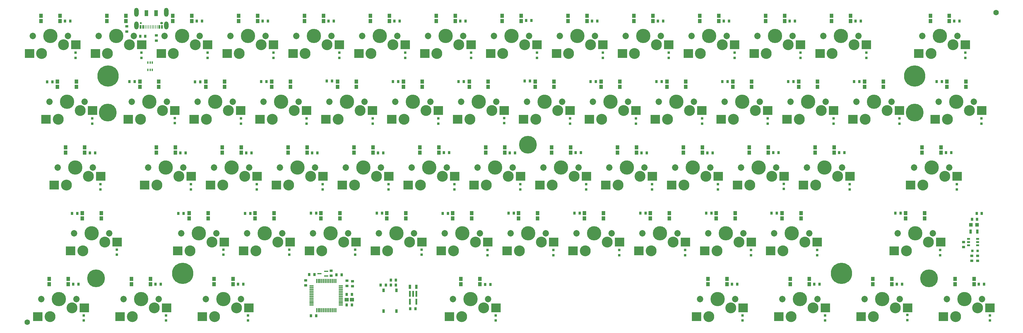
<source format=gbs>
G04*
G04 #@! TF.GenerationSoftware,Altium Limited,Altium Designer,23.1.1 (15)*
G04*
G04 Layer_Color=16711935*
%FSLAX25Y25*%
%MOIN*%
G70*
G04*
G04 #@! TF.SameCoordinates,2B387D3F-2690-41C2-BDA0-AF5B162F5435*
G04*
G04*
G04 #@! TF.FilePolarity,Negative*
G04*
G01*
G75*
%ADD12C,0.07291*%
%ADD13C,0.12402*%
%ADD14C,0.16291*%
G04:AMPARAMS|DCode=15|XSize=51.18mil|YSize=90.55mil|CornerRadius=25.59mil|HoleSize=0mil|Usage=FLASHONLY|Rotation=0.000|XOffset=0mil|YOffset=0mil|HoleType=Round|Shape=RoundedRectangle|*
%AMROUNDEDRECTD15*
21,1,0.05118,0.03937,0,0,0.0*
21,1,0.00000,0.09055,0,0,0.0*
1,1,0.05118,0.00000,-0.01968*
1,1,0.05118,0.00000,-0.01968*
1,1,0.05118,0.00000,0.01968*
1,1,0.05118,0.00000,0.01968*
%
%ADD15ROUNDEDRECTD15*%
G04:AMPARAMS|DCode=16|XSize=51.18mil|YSize=102.36mil|CornerRadius=25.59mil|HoleSize=0mil|Usage=FLASHONLY|Rotation=0.000|XOffset=0mil|YOffset=0mil|HoleType=Round|Shape=RoundedRectangle|*
%AMROUNDEDRECTD16*
21,1,0.05118,0.05118,0,0,0.0*
21,1,0.00000,0.10236,0,0,0.0*
1,1,0.05118,0.00000,-0.02559*
1,1,0.05118,0.00000,-0.02559*
1,1,0.05118,0.00000,0.02559*
1,1,0.05118,0.00000,0.02559*
%
%ADD16ROUNDEDRECTD16*%
%ADD17C,0.02362*%
G04:AMPARAMS|DCode=18|XSize=33.47mil|YSize=23.62mil|CornerRadius=11.81mil|HoleSize=0mil|Usage=FLASHONLY|Rotation=0.000|XOffset=0mil|YOffset=0mil|HoleType=Round|Shape=RoundedRectangle|*
%AMROUNDEDRECTD18*
21,1,0.03347,0.00000,0,0,0.0*
21,1,0.00984,0.02362,0,0,0.0*
1,1,0.02362,0.00492,0.00000*
1,1,0.02362,-0.00492,0.00000*
1,1,0.02362,-0.00492,0.00000*
1,1,0.02362,0.00492,0.00000*
%
%ADD18ROUNDEDRECTD18*%
%ADD19C,0.24213*%
%ADD20C,0.20276*%
%ADD30R,0.03543X0.02559*%
%ADD31R,0.02559X0.03543*%
%ADD33R,0.03750X0.02200*%
%ADD34R,0.02756X0.05118*%
%ADD35R,0.03543X0.03150*%
%ADD36R,0.03150X0.03543*%
%ADD37R,0.04724X0.01181*%
%ADD38R,0.02047X0.03937*%
%ADD39R,0.01063X0.03937*%
%ADD40R,0.03937X0.07000*%
%ADD42R,0.02410X0.07107*%
%ADD43R,0.01181X0.04724*%
%ADD45R,0.04600X0.01800*%
%ADD46R,0.02756X0.03937*%
%ADD47R,0.03937X0.03937*%
%ADD48R,0.01400X0.02900*%
%ADD50C,0.06299*%
%ADD51R,0.04091X0.04591*%
%ADD52R,0.10630X0.10433*%
%ADD53R,0.02953X0.02559*%
%ADD54R,0.04528X0.04410*%
%ADD55R,0.02559X0.02953*%
D12*
X1051235Y30610D02*
D03*
X1091235D02*
D03*
X781860Y180610D02*
D03*
X741860D02*
D03*
X153735Y30610D02*
D03*
X113735D02*
D03*
X875610Y330610D02*
D03*
X835610D02*
D03*
X38735Y180610D02*
D03*
X78735D02*
D03*
X404360Y105610D02*
D03*
X444360D02*
D03*
X488735Y30610D02*
D03*
X528735D02*
D03*
X957485D02*
D03*
X997485D02*
D03*
X863735D02*
D03*
X903735D02*
D03*
X769985D02*
D03*
X809985D02*
D03*
X207485D02*
D03*
X247485D02*
D03*
X19985D02*
D03*
X59985D02*
D03*
X479360Y105610D02*
D03*
X519360D02*
D03*
X329360D02*
D03*
X369360D02*
D03*
X254360D02*
D03*
X294360D02*
D03*
X179360D02*
D03*
X219360D02*
D03*
X57485D02*
D03*
X97485D02*
D03*
X779360D02*
D03*
X819360D02*
D03*
X704360D02*
D03*
X744360D02*
D03*
X994985D02*
D03*
X1034985D02*
D03*
X854360D02*
D03*
X894360D02*
D03*
X629360D02*
D03*
X669360D02*
D03*
X554360D02*
D03*
X594360D02*
D03*
X666860Y180610D02*
D03*
X706860D02*
D03*
X1013735D02*
D03*
X1053735D02*
D03*
X891860D02*
D03*
X931860D02*
D03*
X816860D02*
D03*
X856860D02*
D03*
X441860D02*
D03*
X481860D02*
D03*
X366860D02*
D03*
X406860D02*
D03*
X291860D02*
D03*
X331860D02*
D03*
X216860D02*
D03*
X256860D02*
D03*
X141860D02*
D03*
X181860D02*
D03*
X516860D02*
D03*
X556860D02*
D03*
X591860D02*
D03*
X631860D02*
D03*
X648110Y255610D02*
D03*
X688110D02*
D03*
X573110D02*
D03*
X613110D02*
D03*
X498110D02*
D03*
X538110D02*
D03*
X423110D02*
D03*
X463110D02*
D03*
X348110D02*
D03*
X388110D02*
D03*
X123110D02*
D03*
X163110D02*
D03*
X273110D02*
D03*
X313110D02*
D03*
X29360D02*
D03*
X69360D02*
D03*
X198110D02*
D03*
X238110D02*
D03*
X873110D02*
D03*
X913110D02*
D03*
X798110D02*
D03*
X838110D02*
D03*
X723110D02*
D03*
X763110D02*
D03*
X1041860D02*
D03*
X1081860D02*
D03*
X948110D02*
D03*
X988110D02*
D03*
X910610Y330610D02*
D03*
X950610D02*
D03*
X1023110D02*
D03*
X1063110D02*
D03*
X610610D02*
D03*
X650610D02*
D03*
X535610D02*
D03*
X575610D02*
D03*
X460610D02*
D03*
X500610D02*
D03*
X385610D02*
D03*
X425610D02*
D03*
X310610D02*
D03*
X350610D02*
D03*
X685610D02*
D03*
X725610D02*
D03*
X760610D02*
D03*
X800610D02*
D03*
X235610D02*
D03*
X275610D02*
D03*
X160610D02*
D03*
X200610D02*
D03*
X85610D02*
D03*
X125610D02*
D03*
X10610D02*
D03*
X50610D02*
D03*
D13*
X1086235Y20610D02*
D03*
X1061235Y10610D02*
D03*
X751860Y160610D02*
D03*
X776860Y170610D02*
D03*
X123735Y10610D02*
D03*
X148735Y20610D02*
D03*
X845610Y310610D02*
D03*
X870610Y320610D02*
D03*
X73735Y170610D02*
D03*
X48735Y160610D02*
D03*
X439360Y95610D02*
D03*
X414360Y85610D02*
D03*
X523735Y20610D02*
D03*
X498735Y10610D02*
D03*
X992485Y20610D02*
D03*
X967485Y10610D02*
D03*
X898735Y20610D02*
D03*
X873735Y10610D02*
D03*
X804985Y20610D02*
D03*
X779985Y10610D02*
D03*
X242485Y20610D02*
D03*
X217485Y10610D02*
D03*
X54985Y20610D02*
D03*
X29985Y10610D02*
D03*
X514360Y95610D02*
D03*
X489360Y85610D02*
D03*
X364360Y95610D02*
D03*
X339360Y85610D02*
D03*
X289360Y95610D02*
D03*
X264360Y85610D02*
D03*
X214360Y95610D02*
D03*
X189360Y85610D02*
D03*
X92485Y95610D02*
D03*
X67485Y85610D02*
D03*
X814360Y95610D02*
D03*
X789360Y85610D02*
D03*
X739360Y95610D02*
D03*
X714360Y85610D02*
D03*
X1029985Y95610D02*
D03*
X1004985Y85610D02*
D03*
X889360Y95610D02*
D03*
X864360Y85610D02*
D03*
X664360Y95610D02*
D03*
X639360Y85610D02*
D03*
X589360Y95610D02*
D03*
X564360Y85610D02*
D03*
X701860Y170610D02*
D03*
X676860Y160610D02*
D03*
X1048735Y170610D02*
D03*
X1023735Y160610D02*
D03*
X926860Y170610D02*
D03*
X901860Y160610D02*
D03*
X851860Y170610D02*
D03*
X826860Y160610D02*
D03*
X476860Y170610D02*
D03*
X451860Y160610D02*
D03*
X401860Y170610D02*
D03*
X376860Y160610D02*
D03*
X326860Y170610D02*
D03*
X301860Y160610D02*
D03*
X251860Y170610D02*
D03*
X226860Y160610D02*
D03*
X176860Y170610D02*
D03*
X151860Y160610D02*
D03*
X551860Y170610D02*
D03*
X526860Y160610D02*
D03*
X626860Y170610D02*
D03*
X601860Y160610D02*
D03*
X683110Y245610D02*
D03*
X658110Y235610D02*
D03*
X608110Y245610D02*
D03*
X583110Y235610D02*
D03*
X533110Y245610D02*
D03*
X508110Y235610D02*
D03*
X458110Y245610D02*
D03*
X433110Y235610D02*
D03*
X383110Y245610D02*
D03*
X358110Y235610D02*
D03*
X158110Y245610D02*
D03*
X133110Y235610D02*
D03*
X308110Y245610D02*
D03*
X283110Y235610D02*
D03*
X64360Y245610D02*
D03*
X39360Y235610D02*
D03*
X233110Y245610D02*
D03*
X208110Y235610D02*
D03*
X908110Y245610D02*
D03*
X883110Y235610D02*
D03*
X833110Y245610D02*
D03*
X808110Y235610D02*
D03*
X758110Y245610D02*
D03*
X733110Y235610D02*
D03*
X1076860Y245610D02*
D03*
X1051860Y235610D02*
D03*
X983110Y245610D02*
D03*
X958110Y235610D02*
D03*
X945610Y320610D02*
D03*
X920610Y310610D02*
D03*
X1058110Y320610D02*
D03*
X1033110Y310610D02*
D03*
X645610Y320610D02*
D03*
X620610Y310610D02*
D03*
X570610Y320610D02*
D03*
X545610Y310610D02*
D03*
X495610Y320610D02*
D03*
X470610Y310610D02*
D03*
X420610Y320610D02*
D03*
X395610Y310610D02*
D03*
X345610Y320610D02*
D03*
X320610Y310610D02*
D03*
X720610Y320610D02*
D03*
X695610Y310610D02*
D03*
X795610Y320610D02*
D03*
X770610Y310610D02*
D03*
X270610Y320610D02*
D03*
X245610Y310610D02*
D03*
X195610Y320610D02*
D03*
X170610Y310610D02*
D03*
X120610Y320610D02*
D03*
X95610Y310610D02*
D03*
X45610Y320610D02*
D03*
X20610Y310610D02*
D03*
D14*
X1071235Y30610D02*
D03*
X761860Y180610D02*
D03*
X133735Y30610D02*
D03*
X855610Y330610D02*
D03*
X58735Y180610D02*
D03*
X424360Y105610D02*
D03*
X508735Y30610D02*
D03*
X977485D02*
D03*
X883735D02*
D03*
X789985D02*
D03*
X227485D02*
D03*
X39985D02*
D03*
X499360Y105610D02*
D03*
X349360D02*
D03*
X274360D02*
D03*
X199360D02*
D03*
X77485D02*
D03*
X799360D02*
D03*
X724360D02*
D03*
X1014985D02*
D03*
X874360D02*
D03*
X649360D02*
D03*
X574360D02*
D03*
X686860Y180610D02*
D03*
X1033735D02*
D03*
X911860D02*
D03*
X836860D02*
D03*
X461860D02*
D03*
X386860D02*
D03*
X311860D02*
D03*
X236860D02*
D03*
X161860D02*
D03*
X536860D02*
D03*
X611860D02*
D03*
X668110Y255610D02*
D03*
X593110D02*
D03*
X518110D02*
D03*
X443110D02*
D03*
X368110D02*
D03*
X143110D02*
D03*
X293110D02*
D03*
X49360D02*
D03*
X218110D02*
D03*
X893110D02*
D03*
X818110D02*
D03*
X743110D02*
D03*
X1061860D02*
D03*
X968110D02*
D03*
X930610Y330610D02*
D03*
X1043110D02*
D03*
X630610D02*
D03*
X555610D02*
D03*
X480610D02*
D03*
X405610D02*
D03*
X330610D02*
D03*
X705610D02*
D03*
X780610D02*
D03*
X255610D02*
D03*
X180610D02*
D03*
X105610D02*
D03*
X30610D02*
D03*
D15*
X128303Y342421D02*
D03*
X162319D02*
D03*
D16*
X128303Y357480D02*
D03*
X162319D02*
D03*
D17*
X133500Y345276D02*
D03*
D18*
X157122D02*
D03*
D19*
X181143Y59862D02*
D03*
X96150Y284828D02*
D03*
X1014517Y284803D02*
D03*
X931182Y59922D02*
D03*
D20*
X82310Y54165D02*
D03*
X95856Y243236D02*
D03*
X1014517Y243296D02*
D03*
X574222Y206602D02*
D03*
X1030681Y53971D02*
D03*
D30*
X1079500Y79854D02*
D03*
Y74146D02*
D03*
X1070000Y95354D02*
D03*
Y89646D02*
D03*
X350000Y57000D02*
D03*
Y62709D02*
D03*
X151000Y331000D02*
D03*
Y325291D02*
D03*
X374500Y50854D02*
D03*
Y45146D02*
D03*
D31*
X1090854Y128000D02*
D03*
X1085146D02*
D03*
X1079646Y121500D02*
D03*
X1085354D02*
D03*
X423854Y46500D02*
D03*
X418146D02*
D03*
X138354Y330000D02*
D03*
X132646D02*
D03*
X418146Y52000D02*
D03*
X423854D02*
D03*
D33*
X1075775Y91760D02*
D03*
Y95500D02*
D03*
Y99240D02*
D03*
X1086225D02*
D03*
Y95500D02*
D03*
Y91760D02*
D03*
D34*
X1085740Y107500D02*
D03*
X1078260D02*
D03*
X439760Y44500D02*
D03*
X447240D02*
D03*
D35*
X1086000Y79953D02*
D03*
Y74047D02*
D03*
X321000Y46047D02*
D03*
Y51953D02*
D03*
X117500Y341453D02*
D03*
Y335547D02*
D03*
X368000Y45547D02*
D03*
Y51453D02*
D03*
D36*
X440047Y19500D02*
D03*
X445953D02*
D03*
X373789Y23758D02*
D03*
X367884D02*
D03*
Y35759D02*
D03*
X373789D02*
D03*
X557953Y128500D02*
D03*
X552047D02*
D03*
X632953D02*
D03*
X627047D02*
D03*
X707953D02*
D03*
X702047D02*
D03*
X951453Y278500D02*
D03*
X945547D02*
D03*
X782953Y128500D02*
D03*
X777047D02*
D03*
X1045453Y278500D02*
D03*
X1039547D02*
D03*
X857453Y128500D02*
D03*
X851547D02*
D03*
X998453D02*
D03*
X992547D02*
D03*
X1059547Y347500D02*
D03*
X1065453D02*
D03*
X947047D02*
D03*
X952953D02*
D03*
X1050047Y197500D02*
D03*
X1055953D02*
D03*
X872047Y347500D02*
D03*
X877953D02*
D03*
X928547Y197500D02*
D03*
X934453D02*
D03*
X797047Y347500D02*
D03*
X802953D02*
D03*
X853547Y197500D02*
D03*
X859453D02*
D03*
X412453Y46500D02*
D03*
X406547D02*
D03*
X525547Y47000D02*
D03*
X531453D02*
D03*
X201000Y278000D02*
D03*
X195095D02*
D03*
X244047Y47500D02*
D03*
X249953D02*
D03*
X276453Y278500D02*
D03*
X270547D02*
D03*
X150047Y47500D02*
D03*
X155953D02*
D03*
X350953Y279000D02*
D03*
X345047D02*
D03*
X651453Y278500D02*
D03*
X645547D02*
D03*
X56547Y47500D02*
D03*
X62453D02*
D03*
X426500Y278500D02*
D03*
X420595D02*
D03*
X60953Y128000D02*
D03*
X55047D02*
D03*
X501000Y278500D02*
D03*
X495094D02*
D03*
X576453Y279000D02*
D03*
X570547D02*
D03*
X181953Y128000D02*
D03*
X176047D02*
D03*
X257953D02*
D03*
X252047D02*
D03*
X330953Y58500D02*
D03*
X325047D02*
D03*
X332953Y128500D02*
D03*
X327047D02*
D03*
X726453Y278500D02*
D03*
X720547D02*
D03*
X407953Y128500D02*
D03*
X402047D02*
D03*
X801453Y278500D02*
D03*
X795547D02*
D03*
X272047Y347500D02*
D03*
X277953D02*
D03*
X478500Y197500D02*
D03*
X484406D02*
D03*
X197047Y347500D02*
D03*
X202953D02*
D03*
X403547Y197000D02*
D03*
X409453D02*
D03*
X328547D02*
D03*
X334453D02*
D03*
X47047Y347500D02*
D03*
X52953D02*
D03*
X778547Y197000D02*
D03*
X784453D02*
D03*
X647047Y347500D02*
D03*
X652953D02*
D03*
X572047Y348000D02*
D03*
X577953D02*
D03*
X703547Y197000D02*
D03*
X709453D02*
D03*
X497047Y347500D02*
D03*
X502953D02*
D03*
X628547Y197500D02*
D03*
X634453D02*
D03*
X422047Y347500D02*
D03*
X427953D02*
D03*
X347047D02*
D03*
X352953D02*
D03*
X553547Y197000D02*
D03*
X559453D02*
D03*
X876453Y278500D02*
D03*
X870547D02*
D03*
X253547Y197000D02*
D03*
X259453D02*
D03*
X482953Y128000D02*
D03*
X477047D02*
D03*
X1087547Y47500D02*
D03*
X1093453D02*
D03*
X178547Y197000D02*
D03*
X184453D02*
D03*
X994047Y47500D02*
D03*
X999953D02*
D03*
X75500Y197000D02*
D03*
X81406D02*
D03*
X900047Y47500D02*
D03*
X905953D02*
D03*
X32789Y278107D02*
D03*
X26884D02*
D03*
X806547Y47500D02*
D03*
X812453D02*
D03*
X126453Y278500D02*
D03*
X120547D02*
D03*
X356047Y58000D02*
D03*
X361953D02*
D03*
X722047Y347500D02*
D03*
X727953D02*
D03*
X332953Y11500D02*
D03*
X327047D02*
D03*
D37*
X361232Y45327D02*
D03*
X327768D02*
D03*
Y43358D02*
D03*
Y41390D02*
D03*
Y39421D02*
D03*
Y37453D02*
D03*
Y35484D02*
D03*
Y33516D02*
D03*
Y31547D02*
D03*
Y29579D02*
D03*
Y27610D02*
D03*
Y25642D02*
D03*
Y23673D02*
D03*
X361232D02*
D03*
Y25642D02*
D03*
Y27610D02*
D03*
Y29579D02*
D03*
Y31547D02*
D03*
Y33516D02*
D03*
Y35484D02*
D03*
Y37453D02*
D03*
Y39421D02*
D03*
Y41390D02*
D03*
Y43358D02*
D03*
D38*
X133106Y340945D02*
D03*
X136059D02*
D03*
X157515D02*
D03*
X154563D02*
D03*
D39*
X138421D02*
D03*
X140389D02*
D03*
X142358D02*
D03*
X144326D02*
D03*
X146295D02*
D03*
X148263D02*
D03*
X150232D02*
D03*
X152200D02*
D03*
D40*
X150811Y356543D02*
D03*
X139811D02*
D03*
D42*
X439760Y27470D02*
D03*
X447240D02*
D03*
Y36529D02*
D03*
X443500D02*
D03*
X439760D02*
D03*
D43*
X355327Y51232D02*
D03*
X353358D02*
D03*
X351390D02*
D03*
X349421D02*
D03*
X347453D02*
D03*
X345484D02*
D03*
X343516D02*
D03*
X341547D02*
D03*
X339579D02*
D03*
X337610D02*
D03*
X335642D02*
D03*
X333673D02*
D03*
Y17768D02*
D03*
X335642D02*
D03*
X337610D02*
D03*
X339579D02*
D03*
X341547D02*
D03*
X343516D02*
D03*
X345484D02*
D03*
X347453D02*
D03*
X349421D02*
D03*
X351390D02*
D03*
X353358D02*
D03*
X355327D02*
D03*
D45*
X344350Y62059D02*
D03*
Y56941D02*
D03*
X336650Y59500D02*
D03*
D46*
X409717Y40311D02*
D03*
Y16689D02*
D03*
X424284Y40311D02*
D03*
Y16689D02*
D03*
D47*
X1078457Y115000D02*
D03*
X1085543D02*
D03*
D48*
X141441Y300100D02*
D03*
X144000D02*
D03*
X146559D02*
D03*
Y291900D02*
D03*
X144000D02*
D03*
X141441D02*
D03*
D50*
X4000Y4000D02*
D03*
X1107000Y357000D02*
D03*
D51*
X1060435Y53610D02*
D03*
Y47610D02*
D03*
X1082035D02*
D03*
Y53610D02*
D03*
X966685D02*
D03*
Y47610D02*
D03*
X988285D02*
D03*
Y53610D02*
D03*
X872935D02*
D03*
Y47610D02*
D03*
X894535D02*
D03*
Y53610D02*
D03*
X779185D02*
D03*
Y47610D02*
D03*
X800785D02*
D03*
Y53610D02*
D03*
X497935D02*
D03*
Y47610D02*
D03*
X519535D02*
D03*
Y53610D02*
D03*
X216685D02*
D03*
Y47610D02*
D03*
X238285D02*
D03*
Y53610D02*
D03*
X122935D02*
D03*
Y47610D02*
D03*
X144535D02*
D03*
Y53610D02*
D03*
X29185D02*
D03*
Y47610D02*
D03*
X50785D02*
D03*
Y53610D02*
D03*
X88285Y122610D02*
D03*
Y128610D02*
D03*
X66685D02*
D03*
Y122610D02*
D03*
X210160D02*
D03*
Y128610D02*
D03*
X188560D02*
D03*
Y122610D02*
D03*
X285160D02*
D03*
Y128610D02*
D03*
X263560D02*
D03*
Y122610D02*
D03*
X360160D02*
D03*
Y128610D02*
D03*
X338560D02*
D03*
Y122610D02*
D03*
X435160D02*
D03*
Y128610D02*
D03*
X413560D02*
D03*
Y122610D02*
D03*
X510160D02*
D03*
Y128610D02*
D03*
X488560D02*
D03*
Y122610D02*
D03*
X585160D02*
D03*
Y128610D02*
D03*
X563560D02*
D03*
Y122610D02*
D03*
X660160D02*
D03*
Y128610D02*
D03*
X638560D02*
D03*
Y122610D02*
D03*
X735160D02*
D03*
Y128610D02*
D03*
X713560D02*
D03*
Y122610D02*
D03*
X810160D02*
D03*
Y128610D02*
D03*
X788560D02*
D03*
Y122610D02*
D03*
X885160D02*
D03*
Y128610D02*
D03*
X863560D02*
D03*
Y122610D02*
D03*
X1025785D02*
D03*
Y128610D02*
D03*
X1004185D02*
D03*
Y122610D02*
D03*
X1022935Y203610D02*
D03*
Y197610D02*
D03*
X1044535D02*
D03*
Y203610D02*
D03*
X901060D02*
D03*
Y197610D02*
D03*
X922660D02*
D03*
Y203610D02*
D03*
X826060D02*
D03*
Y197610D02*
D03*
X847660D02*
D03*
Y203610D02*
D03*
X751060D02*
D03*
Y197610D02*
D03*
X772660D02*
D03*
Y203610D02*
D03*
X676060D02*
D03*
Y197610D02*
D03*
X697660D02*
D03*
Y203610D02*
D03*
X601060D02*
D03*
Y197610D02*
D03*
X622660D02*
D03*
Y203610D02*
D03*
X526060D02*
D03*
Y197610D02*
D03*
X547660D02*
D03*
Y203610D02*
D03*
X451060D02*
D03*
Y197610D02*
D03*
X472660D02*
D03*
Y203610D02*
D03*
X376060D02*
D03*
Y197610D02*
D03*
X397660D02*
D03*
Y203610D02*
D03*
X301060D02*
D03*
Y197610D02*
D03*
X322660D02*
D03*
Y203610D02*
D03*
X226060D02*
D03*
Y197610D02*
D03*
X247660D02*
D03*
Y203610D02*
D03*
X151060D02*
D03*
Y197610D02*
D03*
X172660D02*
D03*
Y203610D02*
D03*
X47935D02*
D03*
Y197610D02*
D03*
X69535D02*
D03*
Y203610D02*
D03*
X60160Y272610D02*
D03*
Y278610D02*
D03*
X38560D02*
D03*
Y272610D02*
D03*
X153910D02*
D03*
Y278610D02*
D03*
X132310D02*
D03*
Y272610D02*
D03*
X228910D02*
D03*
Y278610D02*
D03*
X207310D02*
D03*
Y272610D02*
D03*
X303910D02*
D03*
Y278610D02*
D03*
X282310D02*
D03*
Y272610D02*
D03*
X378910D02*
D03*
Y278610D02*
D03*
X357310D02*
D03*
Y272610D02*
D03*
X453910D02*
D03*
Y278610D02*
D03*
X432310D02*
D03*
Y272610D02*
D03*
X528910D02*
D03*
Y278610D02*
D03*
X507310D02*
D03*
Y272610D02*
D03*
X603910D02*
D03*
Y278610D02*
D03*
X582310D02*
D03*
Y272610D02*
D03*
X678910D02*
D03*
Y278610D02*
D03*
X657310D02*
D03*
Y272610D02*
D03*
X753910D02*
D03*
Y278610D02*
D03*
X732310D02*
D03*
Y272610D02*
D03*
X828910D02*
D03*
Y278610D02*
D03*
X807310D02*
D03*
Y272610D02*
D03*
X903910D02*
D03*
Y278610D02*
D03*
X882310D02*
D03*
Y272610D02*
D03*
X978910D02*
D03*
Y278610D02*
D03*
X957310D02*
D03*
Y272610D02*
D03*
X1072660D02*
D03*
Y278610D02*
D03*
X1051060D02*
D03*
Y272610D02*
D03*
X1032310Y353610D02*
D03*
Y347610D02*
D03*
X1053910D02*
D03*
Y353610D02*
D03*
X919810D02*
D03*
Y347610D02*
D03*
X941410D02*
D03*
Y353610D02*
D03*
X844810D02*
D03*
Y347610D02*
D03*
X866410D02*
D03*
Y353610D02*
D03*
X769810D02*
D03*
Y347610D02*
D03*
X791410D02*
D03*
Y353610D02*
D03*
X694810D02*
D03*
Y347610D02*
D03*
X716410D02*
D03*
Y353610D02*
D03*
X619810D02*
D03*
Y347610D02*
D03*
X641410D02*
D03*
Y353610D02*
D03*
X544810D02*
D03*
Y347610D02*
D03*
X566410D02*
D03*
Y353610D02*
D03*
X469810D02*
D03*
Y347610D02*
D03*
X491410D02*
D03*
Y353610D02*
D03*
X394810D02*
D03*
Y347610D02*
D03*
X416410D02*
D03*
Y353610D02*
D03*
X319810D02*
D03*
Y347610D02*
D03*
X341410D02*
D03*
Y353610D02*
D03*
X244810D02*
D03*
Y347610D02*
D03*
X266410D02*
D03*
Y353610D02*
D03*
X169810D02*
D03*
Y347610D02*
D03*
X191410D02*
D03*
Y353610D02*
D03*
X94810D02*
D03*
Y347610D02*
D03*
X116410D02*
D03*
Y353610D02*
D03*
X19810D02*
D03*
Y347610D02*
D03*
X41410D02*
D03*
Y353610D02*
D03*
D52*
X1047259Y10610D02*
D03*
X1100212Y20610D02*
D03*
X790837Y170610D02*
D03*
X737884Y160610D02*
D03*
X162712Y20610D02*
D03*
X109759Y10610D02*
D03*
X884587Y320610D02*
D03*
X831634Y310610D02*
D03*
X34759Y160610D02*
D03*
X87712Y170610D02*
D03*
X400384Y85610D02*
D03*
X453337Y95610D02*
D03*
X484759Y10610D02*
D03*
X537712Y20610D02*
D03*
X953509Y10610D02*
D03*
X1006462Y20610D02*
D03*
X859759Y10610D02*
D03*
X912712Y20610D02*
D03*
X766009Y10610D02*
D03*
X818962Y20610D02*
D03*
X203509Y10610D02*
D03*
X256462Y20610D02*
D03*
X16009Y10610D02*
D03*
X68962Y20610D02*
D03*
X475384Y85610D02*
D03*
X528337Y95610D02*
D03*
X325384Y85610D02*
D03*
X378337Y95610D02*
D03*
X250384Y85610D02*
D03*
X303337Y95610D02*
D03*
X175384Y85610D02*
D03*
X228337Y95610D02*
D03*
X53509Y85610D02*
D03*
X106462Y95610D02*
D03*
X775384Y85610D02*
D03*
X828337Y95610D02*
D03*
X700384Y85610D02*
D03*
X753337Y95610D02*
D03*
X991009Y85610D02*
D03*
X1043962Y95610D02*
D03*
X850384Y85610D02*
D03*
X903337Y95610D02*
D03*
X625384Y85610D02*
D03*
X678337Y95610D02*
D03*
X550384Y85610D02*
D03*
X603337Y95610D02*
D03*
X662884Y160610D02*
D03*
X715837Y170610D02*
D03*
X1009759Y160610D02*
D03*
X1062712Y170610D02*
D03*
X887884Y160610D02*
D03*
X940837Y170610D02*
D03*
X812884Y160610D02*
D03*
X865837Y170610D02*
D03*
X437884Y160610D02*
D03*
X490837Y170610D02*
D03*
X362884Y160610D02*
D03*
X415837Y170610D02*
D03*
X287884Y160610D02*
D03*
X340837Y170610D02*
D03*
X212884Y160610D02*
D03*
X265837Y170610D02*
D03*
X137884Y160610D02*
D03*
X190837Y170610D02*
D03*
X512884Y160610D02*
D03*
X565837Y170610D02*
D03*
X587884Y160610D02*
D03*
X640837Y170610D02*
D03*
X644134Y235610D02*
D03*
X697087Y245610D02*
D03*
X569134Y235610D02*
D03*
X622087Y245610D02*
D03*
X494134Y235610D02*
D03*
X547087Y245610D02*
D03*
X419134Y235610D02*
D03*
X472087Y245610D02*
D03*
X344134Y235610D02*
D03*
X397087Y245610D02*
D03*
X119134Y235610D02*
D03*
X172087Y245610D02*
D03*
X269134Y235610D02*
D03*
X322087Y245610D02*
D03*
X25384Y235610D02*
D03*
X78337Y245610D02*
D03*
X194134Y235610D02*
D03*
X247087Y245610D02*
D03*
X869134Y235610D02*
D03*
X922087Y245610D02*
D03*
X794134Y235610D02*
D03*
X847087Y245610D02*
D03*
X719134Y235610D02*
D03*
X772087Y245610D02*
D03*
X1037884Y235610D02*
D03*
X1090837Y245610D02*
D03*
X944134Y235610D02*
D03*
X997087Y245610D02*
D03*
X906634Y310610D02*
D03*
X959587Y320610D02*
D03*
X1019134Y310610D02*
D03*
X1072087Y320610D02*
D03*
X606634Y310610D02*
D03*
X659587Y320610D02*
D03*
X531634Y310610D02*
D03*
X584587Y320610D02*
D03*
X456634Y310610D02*
D03*
X509587Y320610D02*
D03*
X381634Y310610D02*
D03*
X434587Y320610D02*
D03*
X306634Y310610D02*
D03*
X359587Y320610D02*
D03*
X681634Y310610D02*
D03*
X734587Y320610D02*
D03*
X756634Y310610D02*
D03*
X809587Y320610D02*
D03*
X231634Y310610D02*
D03*
X284587Y320610D02*
D03*
X156634Y310610D02*
D03*
X209587Y320610D02*
D03*
X81634Y310610D02*
D03*
X134587Y320610D02*
D03*
X6634Y310610D02*
D03*
X59587Y320610D02*
D03*
D53*
X1085957Y85500D02*
D03*
X1080043D02*
D03*
D54*
X367943Y29759D02*
D03*
X373730D02*
D03*
D55*
X1043500Y80543D02*
D03*
Y86457D02*
D03*
X1100000Y6043D02*
D03*
Y11957D02*
D03*
X1006000Y6543D02*
D03*
Y12457D02*
D03*
X818500Y6043D02*
D03*
Y11957D02*
D03*
X912500Y6043D02*
D03*
Y11957D02*
D03*
X537500Y6000D02*
D03*
Y11913D02*
D03*
X162000Y6043D02*
D03*
Y11957D02*
D03*
X255500Y6043D02*
D03*
Y11957D02*
D03*
X68500Y6043D02*
D03*
Y11957D02*
D03*
X697000Y230543D02*
D03*
Y236457D02*
D03*
X472000Y230543D02*
D03*
Y236457D02*
D03*
X547000Y231043D02*
D03*
Y236957D02*
D03*
X622000Y230543D02*
D03*
Y236457D02*
D03*
X397500Y230543D02*
D03*
Y236457D02*
D03*
X190500Y155543D02*
D03*
Y161457D02*
D03*
X302500Y81043D02*
D03*
Y86957D02*
D03*
X227500Y81043D02*
D03*
Y86957D02*
D03*
X87500Y155543D02*
D03*
Y161457D02*
D03*
X640500Y155543D02*
D03*
Y161457D02*
D03*
X565500Y155543D02*
D03*
Y161457D02*
D03*
X415500Y155543D02*
D03*
Y161457D02*
D03*
X340500Y155543D02*
D03*
Y161457D02*
D03*
X265500Y155543D02*
D03*
Y161457D02*
D03*
X490500Y155543D02*
D03*
Y161457D02*
D03*
X134000Y305543D02*
D03*
Y311457D02*
D03*
X359500Y305543D02*
D03*
Y311457D02*
D03*
X584500Y305543D02*
D03*
Y311457D02*
D03*
X509500Y305543D02*
D03*
Y311457D02*
D03*
X659500Y305543D02*
D03*
Y311457D02*
D03*
X434500Y305543D02*
D03*
Y311457D02*
D03*
X209500Y305543D02*
D03*
Y311457D02*
D03*
X959500Y305543D02*
D03*
Y311457D02*
D03*
X809500Y305543D02*
D03*
Y311457D02*
D03*
X734500Y305543D02*
D03*
Y311457D02*
D03*
X884500Y305543D02*
D03*
Y311457D02*
D03*
X1072000Y305543D02*
D03*
Y311457D02*
D03*
X247500Y230543D02*
D03*
Y236457D02*
D03*
X172000Y231043D02*
D03*
Y236957D02*
D03*
X78000Y230543D02*
D03*
Y236457D02*
D03*
X922000Y230543D02*
D03*
Y236457D02*
D03*
X847000Y230543D02*
D03*
Y236457D02*
D03*
X772500Y230543D02*
D03*
Y236457D02*
D03*
X997000Y230543D02*
D03*
Y236457D02*
D03*
X1090500Y230543D02*
D03*
Y236457D02*
D03*
X453000Y81043D02*
D03*
Y86957D02*
D03*
X603000Y80543D02*
D03*
Y86457D02*
D03*
X528000Y80543D02*
D03*
Y86457D02*
D03*
X753000Y80543D02*
D03*
Y86457D02*
D03*
X678000Y80543D02*
D03*
Y86457D02*
D03*
X377500Y81043D02*
D03*
Y86957D02*
D03*
X59000Y305543D02*
D03*
Y311457D02*
D03*
X322000Y230543D02*
D03*
Y236457D02*
D03*
X284500Y305543D02*
D03*
Y311457D02*
D03*
X106000Y81043D02*
D03*
Y86957D02*
D03*
X1062500Y155543D02*
D03*
Y161457D02*
D03*
X940500Y155543D02*
D03*
Y161457D02*
D03*
X865500Y156043D02*
D03*
Y161957D02*
D03*
X790500Y155543D02*
D03*
Y161457D02*
D03*
X715500Y155543D02*
D03*
Y161457D02*
D03*
X828000Y80543D02*
D03*
Y86457D02*
D03*
X903500Y80543D02*
D03*
Y86457D02*
D03*
M02*

</source>
